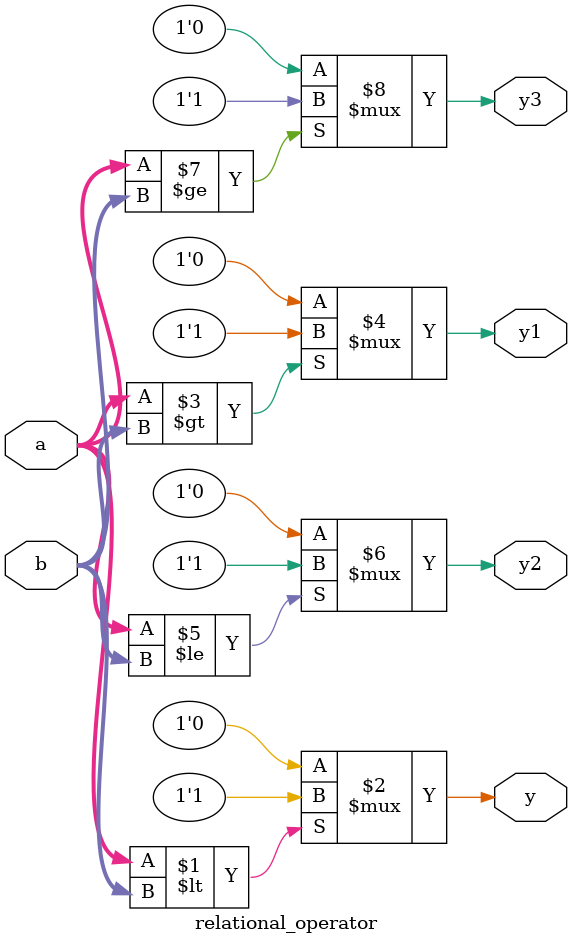
<source format=v>
`timescale 1ns / 1ps


module relational_operator(a,b,y,y1,y2,y3);
input [1:0]a,b;
output  y,y1,y2,y3;
/*
always@(*)
begin

y=0;
y1=0;
y2=0;
y3=0;
 if (a<=b)
 y=1'b1;
 else if (a>=b)
 y1=1'b1;
 else if (a>b)
 y2=1'b1;
 else if (a<b)
 y3=1'b1;

 end
 
*/
 assign y=(a<b)?1'b1:1'b0 ;
 assign y1=(a>b)?1'b1:1'b0 ;
 assign y2=(a<=b)?1'b1:1'b0 ;
 assign y3=(a>=b)?1'b1:1'b0 ;
   
endmodule


</source>
